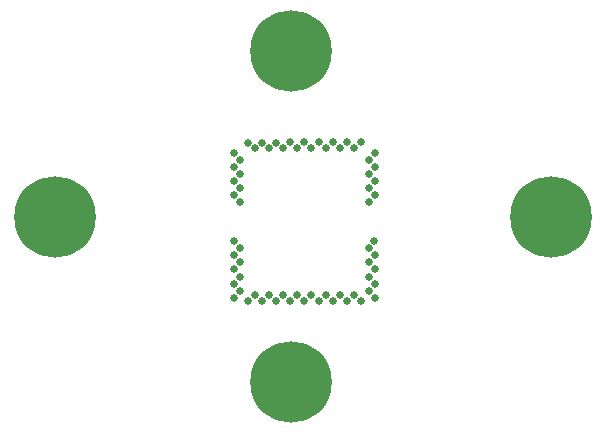
<source format=gbr>
G04 #@! TF.FileFunction,Soldermask,Bot*
%FSLAX46Y46*%
G04 Gerber Fmt 4.6, Leading zero omitted, Abs format (unit mm)*
G04 Created by KiCad (PCBNEW 4.0.5) date Monday, February 26, 2018 'PMt' 04:13:09 PM*
%MOMM*%
%LPD*%
G01*
G04 APERTURE LIST*
%ADD10C,0.100000*%
%ADD11C,6.900000*%
%ADD12C,0.644000*%
G04 APERTURE END LIST*
D10*
D11*
X150000000Y-91000000D03*
X150000000Y-119000000D03*
X172000000Y-105000000D03*
X130000000Y-105000000D03*
D12*
X145640000Y-103780000D03*
X145140000Y-103180000D03*
X145640000Y-102580000D03*
X145140000Y-101980000D03*
X145630000Y-101380000D03*
X145130000Y-100780000D03*
X145630000Y-100180000D03*
X145130000Y-99580000D03*
X157050000Y-111880000D03*
X156550000Y-111280000D03*
X157050000Y-110680000D03*
X156550000Y-110080000D03*
X157040000Y-109480000D03*
X156540000Y-108880000D03*
X157040000Y-108280000D03*
X156540000Y-107680000D03*
X157030000Y-107080000D03*
X145176001Y-111878727D03*
X145666001Y-111278727D03*
X145166001Y-110678727D03*
X145666001Y-110078727D03*
X145166001Y-109478727D03*
X145656001Y-108878727D03*
X145156001Y-108278727D03*
X145656001Y-107678727D03*
X145156001Y-107078727D03*
X146300000Y-112140000D03*
X146900000Y-111640000D03*
X147500000Y-112140000D03*
X148100000Y-111640000D03*
X148700000Y-112130000D03*
X149300000Y-111630000D03*
X149900000Y-112130000D03*
X150500000Y-111630000D03*
X155900000Y-112110000D03*
X155300000Y-111620000D03*
X154700000Y-112120000D03*
X154100000Y-111620000D03*
X153500000Y-112120000D03*
X152900000Y-111630000D03*
X152300000Y-112130000D03*
X151700000Y-111630000D03*
X151100000Y-112130000D03*
X155900000Y-98710000D03*
X155300000Y-99210000D03*
X154700000Y-98710000D03*
X154100000Y-99210000D03*
X153500000Y-98720000D03*
X152900000Y-99220000D03*
X152300000Y-98720000D03*
X151700000Y-99220000D03*
X151100000Y-98720000D03*
X150500000Y-99220000D03*
X149900000Y-98720000D03*
X149300000Y-99220000D03*
X148700000Y-98730000D03*
X148100000Y-99230000D03*
X147500000Y-98730000D03*
X146900000Y-99230000D03*
X146300000Y-98740000D03*
X157050000Y-99580000D03*
X156560000Y-100180000D03*
X157060000Y-100780000D03*
X156560000Y-101380000D03*
X157060000Y-101980000D03*
X156570000Y-102580000D03*
X157070000Y-103180000D03*
X156570000Y-103780000D03*
M02*

</source>
